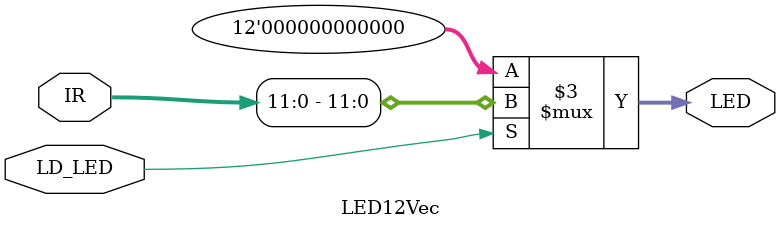
<source format=sv>
module LED12Vec ( input logic LD_LED, 
				  input logic [15:0] IR,
				  output logic [11:0] LED);

				 always_comb
				 begin
					 if(LD_LED)
					 	LED = IR[11:0];
					 else
					 	LED = 12'h000;
				 end
endmodule
</source>
